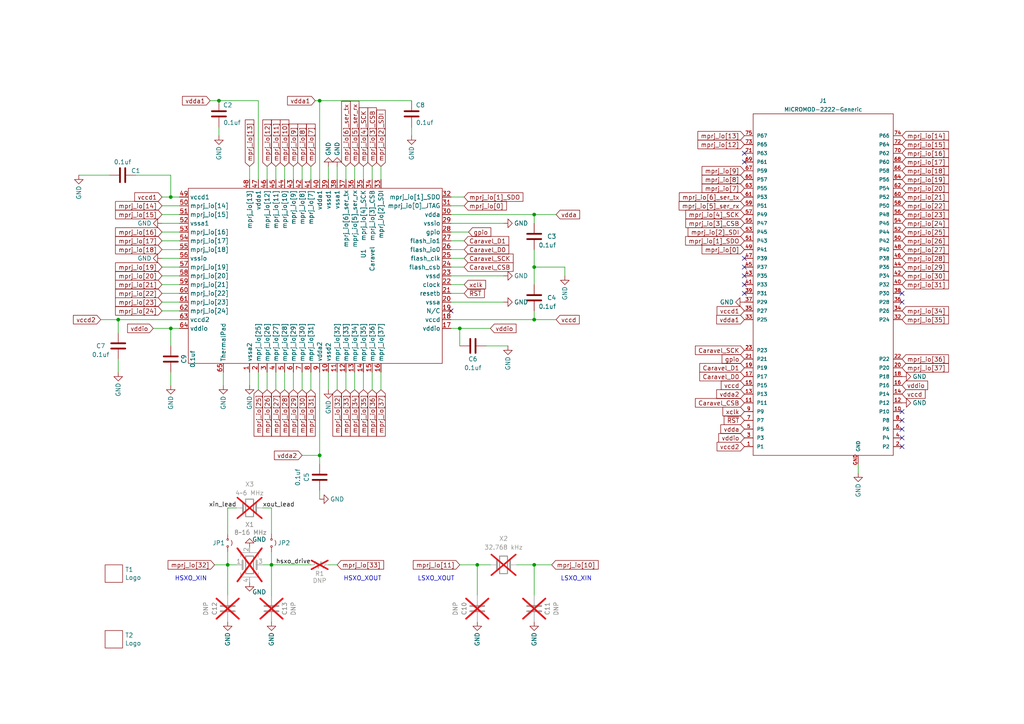
<source format=kicad_sch>
(kicad_sch (version 20231120) (generator "eeschema") (generator_version "8.0")
  (paper "A4")
  (title_block (title "Caravel Breakout board as M.2 Card "))
  (lib_symbols
    (symbol "Caravel:Logo" (pin_names (offset 1.016))
      (property "Reference" "T" (at -1.27 2.54 0))
      (property "Value" "Logo" (at 1.27 -1.27 0))
      (symbol "Logo_0_1"
        (rectangle (start -1.27 1.27) (end 3.81 -3.81))
      )
    )
    (symbol "Caravel_board:Caravel"
      (property "Reference" "U" (at 0 0 0))
      (property "Value" "Caravel" (at 0 0 0))
      (symbol "Caravel_0_1"
        (rectangle (start -26.67 40.64) (end 24.13 -33.02))
      )
      (symbol "Caravel_1_1"
        (pin power_in line (at -29.21 22.86 0) (length 2.54) (name "vssa2") (number "1"))
        (pin power_in line (at -29.21 0 0) (length 2.54) (name "vssd2") (number "10"))
        (pin bidirectional line (at -29.21 -2.54 0) (length 2.54) (name "mprj_io[32]") (number "11"))
        (pin bidirectional line (at -29.21 -5.08 0) (length 2.54) (name "mprj_io[33]") (number "12"))
        (pin bidirectional line (at -29.21 -7.62 0) (length 2.54) (name "mprj_io[34]") (number "13"))
        (pin bidirectional line (at -29.21 -10.16 0) (length 2.54) (name "mprj_io[35]") (number "14"))
        (pin bidirectional line (at -29.21 -12.7 0) (length 2.54) (name "mprj_io[36]") (number "15"))
        (pin bidirectional line (at -29.21 -15.24 0) (length 2.54) (name "mprj_io[37]") (number "16"))
        (pin power_in line (at -16.51 -35.56 90) (length 2.54) (name "vddio") (number "17"))
        (pin power_in line (at -13.97 -35.56 90) (length 2.54) (name "vccd") (number "18"))
        (pin no_connect line (at -11.43 -35.56 90) (length 2.54) (name "N/C") (number "19"))
        (pin bidirectional line (at -29.21 20.32 0) (length 2.54) (name "mprj_io[25]") (number "2"))
        (pin power_in line (at -8.89 -35.56 90) (length 2.54) (name "vssa") (number "20"))
        (pin input line (at -6.35 -35.56 90) (length 2.54) (name "resetb") (number "21"))
        (pin input line (at -3.81 -35.56 90) (length 2.54) (name "clock") (number "22"))
        (pin power_in line (at -1.27 -35.56 90) (length 2.54) (name "vssd") (number "23"))
        (pin output line (at 1.27 -35.56 90) (length 2.54) (name "flash_csb") (number "24"))
        (pin output line (at 3.81 -35.56 90) (length 2.54) (name "flash_clk") (number "25"))
        (pin bidirectional line (at 6.35 -35.56 90) (length 2.54) (name "flash_io0") (number "26"))
        (pin bidirectional line (at 8.89 -35.56 90) (length 2.54) (name "flash_io1") (number "27"))
        (pin bidirectional line (at 11.43 -35.56 90) (length 2.54) (name "gpio") (number "28"))
        (pin power_in line (at 13.97 -35.56 90) (length 2.54) (name "vssio") (number "29"))
        (pin bidirectional line (at -29.21 17.78 0) (length 2.54) (name "mprj_io[26]") (number "3"))
        (pin power_in line (at 16.51 -35.56 90) (length 2.54) (name "vdda") (number "30"))
        (pin bidirectional line (at 19.05 -35.56 90) (length 2.54) (name "mprj_io[0]_JTAG") (number "31"))
        (pin bidirectional line (at 21.59 -35.56 90) (length 2.54) (name "mprj_io[1]_SDO") (number "32"))
        (pin bidirectional line (at 26.67 -15.24 180) (length 2.54) (name "mprj_io[2]_SDI") (number "33"))
        (pin bidirectional line (at 26.67 -12.7 180) (length 2.54) (name "mprj_io[3]_CSB") (number "34"))
        (pin bidirectional line (at 26.67 -10.16 180) (length 2.54) (name "mprj_io[4]_SCK") (number "35"))
        (pin bidirectional line (at 26.67 -7.62 180) (length 2.54) (name "mprj_io[5]_ser_rx") (number "36"))
        (pin bidirectional line (at 26.67 -5.08 180) (length 2.54) (name "mprj_io[6]_ser_tx") (number "37"))
        (pin power_in line (at 26.67 -2.54 180) (length 2.54) (name "vssa1") (number "38"))
        (pin power_in line (at 26.67 0 180) (length 2.54) (name "vssd1") (number "39"))
        (pin bidirectional line (at -29.21 15.24 0) (length 2.54) (name "mprj_io[27]") (number "4"))
        (pin power_in line (at 26.67 2.54 180) (length 2.54) (name "vdda1") (number "40"))
        (pin bidirectional line (at 26.67 5.08 180) (length 2.54) (name "mprj_io[7]") (number "41"))
        (pin bidirectional line (at 26.67 7.62 180) (length 2.54) (name "mprj_io[8]") (number "42"))
        (pin bidirectional line (at 26.67 10.16 180) (length 2.54) (name "mprj_io[9]") (number "43"))
        (pin bidirectional line (at 26.67 12.7 180) (length 2.54) (name "mprj_io[10]") (number "44"))
        (pin bidirectional line (at 26.67 15.24 180) (length 2.54) (name "mprj_io[11]") (number "45"))
        (pin bidirectional line (at 26.67 17.78 180) (length 2.54) (name "mprj_io[12]") (number "46"))
        (pin power_in line (at 26.67 20.32 180) (length 2.54) (name "vdda1") (number "47"))
        (pin bidirectional line (at 26.67 22.86 180) (length 2.54) (name "mprj_io[13]") (number "48"))
        (pin power_in line (at 21.59 43.18 270) (length 2.54) (name "vccd1") (number "49"))
        (pin bidirectional line (at -29.21 12.7 0) (length 2.54) (name "mprj_io[28]") (number "5"))
        (pin bidirectional line (at 19.05 43.18 270) (length 2.54) (name "mprj_io[14]") (number "50"))
        (pin bidirectional line (at 16.51 43.18 270) (length 2.54) (name "mprj_io[15]") (number "51"))
        (pin power_in line (at 13.97 43.18 270) (length 2.54) (name "vssa1") (number "52"))
        (pin bidirectional line (at 11.43 43.18 270) (length 2.54) (name "mprj_io[16]") (number "53"))
        (pin bidirectional line (at 8.89 43.18 270) (length 2.54) (name "mprj_io[17]") (number "54"))
        (pin bidirectional line (at 6.35 43.18 270) (length 2.54) (name "mprj_io[18]") (number "55"))
        (pin power_in line (at 3.81 43.18 270) (length 2.54) (name "vssio") (number "56"))
        (pin bidirectional line (at 1.27 43.18 270) (length 2.54) (name "mprj_io[19]") (number "57"))
        (pin bidirectional line (at -1.27 43.18 270) (length 2.54) (name "mprj_io[20]") (number "58"))
        (pin bidirectional line (at -3.81 43.18 270) (length 2.54) (name "mprj_io[21]") (number "59"))
        (pin bidirectional line (at -29.21 10.16 0) (length 2.54) (name "mprj_io[29]") (number "6"))
        (pin bidirectional line (at -6.35 43.18 270) (length 2.54) (name "mprj_io[22]") (number "60"))
        (pin bidirectional line (at -8.89 43.18 270) (length 2.54) (name "mprj_io[23]") (number "61"))
        (pin bidirectional line (at -11.43 43.18 270) (length 2.54) (name "mprj_io[24]") (number "62"))
        (pin power_in line (at -13.97 43.18 270) (length 2.54) (name "vccd2") (number "63"))
        (pin power_in line (at -16.51 43.18 270) (length 2.54) (name "vddio") (number "64"))
        (pin power_in line (at -29.21 30.48 0) (length 2.54) (name "ThermalPad") (number "65"))
        (pin bidirectional line (at -29.21 7.62 0) (length 2.54) (name "mprj_io[30]") (number "7"))
        (pin bidirectional line (at -29.21 5.08 0) (length 2.54) (name "mprj_io[31]") (number "8"))
        (pin power_in line (at -29.21 2.54 0) (length 2.54) (name "vdda2") (number "9"))
      )
    )
    (symbol "Device:C" (pin_numbers hide) (pin_names (offset 0.254))
      (property "Reference" "C" (at 0.635 2.54 0))
      (property "Value" "C" (at 0.635 -2.54 0))
      (symbol "C_0_1"
        (polyline (pts (xy -2.032 -0.762) (xy 2.032 -0.762)) (stroke (width 0.508)))
        (polyline (pts (xy -2.032 0.762) (xy 2.032 0.762)) (stroke (width 0.508)))
      )
      (symbol "C_1_1"
        (pin passive line (at 0 3.81 270) (length 2.794) (name "~") (number "1"))
        (pin passive line (at 0 -3.81 90) (length 2.794) (name "~") (number "2"))
      )
    )
    (symbol "Device:Crystal" (pin_numbers hide) (pin_names (offset 1.016) hide)
      (property "Reference" "Y" (at 0 3.81 0))
      (property "Value" "Crystal" (at 0 -3.81 0))
      (symbol "Crystal_0_1"
        (rectangle (start -1.143 2.54) (end 1.143 -2.54) (stroke (width 0.3048)))
        (polyline (pts (xy -2.54 0) (xy -1.905 0)))
        (polyline (pts (xy -1.905 -1.27) (xy -1.905 1.27)) (stroke (width 0.508)))
        (polyline (pts (xy 1.905 -1.27) (xy 1.905 1.27)) (stroke (width 0.508)))
        (polyline (pts (xy 2.54 0) (xy 1.905 0)))
      )
      (symbol "Crystal_1_1"
        (pin passive line (at -3.81 0 0) (length 1.27) (name "1") (number "1"))
        (pin passive line (at 3.81 0 180) (length 1.27) (name "2") (number "2"))
      )
    )
    (symbol "Device:Crystal_GND24" (pin_names (offset 1.016) hide)
      (property "Reference" "Y" (at 3.175 5.08 0))
      (property "Value" "Crystal_GND24" (at 3.175 3.175 0))
      (symbol "Crystal_GND24_0_1"
        (rectangle (start -1.143 2.54) (end 1.143 -2.54) (stroke (width 0.3048)))
        (polyline (pts (xy -2.54 0) (xy -2.032 0)))
        (polyline (pts (xy -2.032 -1.27) (xy -2.032 1.27)) (stroke (width 0.508)))
        (polyline (pts (xy 0 -3.81) (xy 0 -3.556)))
        (polyline (pts (xy 0 3.556) (xy 0 3.81)))
        (polyline (pts (xy 2.032 -1.27) (xy 2.032 1.27)) (stroke (width 0.508)))
        (polyline (pts (xy 2.032 0) (xy 2.54 0)))
        (polyline (pts (xy -2.54 -2.286) (xy -2.54 -3.556) (xy 2.54 -3.556) (xy 2.54 -2.286)))
        (polyline (pts (xy -2.54 2.286) (xy -2.54 3.556) (xy 2.54 3.556) (xy 2.54 2.286)))
      )
      (symbol "Crystal_GND24_1_1"
        (pin passive line (at -3.81 0 0) (length 1.27) (name "1") (number "1"))
        (pin passive line (at 0 5.08 270) (length 1.27) (name "2") (number "2"))
        (pin passive line (at 3.81 0 180) (length 1.27) (name "3") (number "3"))
        (pin passive line (at 0 -5.08 90) (length 1.27) (name "4") (number "4"))
      )
    )
    (symbol "Device:R_Small_US" (pin_numbers hide) (pin_names (offset 0.254) hide)
      (property "Reference" "R" (at 0.762 0.508 0))
      (property "Value" "R_Small_US" (at 0.762 -1.016 0))
      (symbol "R_Small_US_1_1"
        (polyline (pts (xy 0 0) (xy 1.016 -0.381) (xy 0 -0.762) (xy -1.016 -1.143) (xy 0 -1.524)))
        (polyline (pts (xy 0 1.524) (xy 1.016 1.143) (xy 0 0.762) (xy -1.016 0.381) (xy 0 0)))
        (pin passive line (at 0 2.54 270) (length 1.016) (name "~") (number "1"))
        (pin passive line (at 0 -2.54 90) (length 1.016) (name "~") (number "2"))
      )
    )
    (symbol "Jumper:Jumper_2_Small_Open" (pin_numbers hide) (pin_names (offset 0) hide) (exclude_from_sim yes)
      (property "Reference" "JP" (at 0 2.794 0))
      (property "Value" "Jumper_2_Small_Open" (at 0 -2.286 0))
      (symbol "Jumper_2_Small_Open_0_0"
        (circle (center -1.016 0) (radius 0.254))
        (circle (center 1.016 0) (radius 0.254))
      )
      (symbol "Jumper_2_Small_Open_0_1"
        (arc (start 0.762 1.0196) (mid 0 1.2729) (end -0.762 1.0196))
      )
      (symbol "Jumper_2_Small_Open_1_1"
        (pin passive line (at -2.54 0 0) (length 1.27) (name "A") (number "1"))
        (pin passive line (at 2.54 0 180) (length 1.27) (name "B") (number "2"))
      )
    )
    (symbol "MicroMod-Sparkfun:MICROMOD-2222-Generic" (pin_names (offset 1.016))
      (property "Reference" "J" (at -20.32 53.848 0))
      (property "Value" "MICROMOD-2222-Generic" (at -20.32 -48.26 0))
      (symbol "MICROMOD-2222-Generic_1_0"
        (polyline (pts (xy -20.32 -45.72) (xy -20.32 53.34)))
        (polyline (pts (xy -20.32 53.34) (xy 20.32 53.34)))
        (polyline (pts (xy 20.32 -45.72) (xy -20.32 -45.72)))
        (polyline (pts (xy 20.32 53.34) (xy 20.32 -45.72)))
      )
      (symbol "MICROMOD-2222-Generic_1_1"
        (pin bidirectional line (at -22.86 -43.18 0) (length 2.54) (name "P1") (number "1"))
        (pin bidirectional line (at 22.86 -33.02 180) (length 2.54) (name "P10") (number "10"))
        (pin bidirectional line (at -22.86 -30.48 0) (length 2.54) (name "P11") (number "11"))
        (pin bidirectional line (at 22.86 -30.48 180) (length 2.54) (name "P12") (number "12"))
        (pin bidirectional line (at -22.86 -27.94 0) (length 2.54) (name "P13") (number "13"))
        (pin bidirectional line (at 22.86 -27.94 180) (length 2.54) (name "P14") (number "14"))
        (pin bidirectional line (at -22.86 -25.4 0) (length 2.54) (name "P15") (number "15"))
        (pin bidirectional line (at 22.86 -25.4 180) (length 2.54) (name "P16") (number "16"))
        (pin bidirectional line (at -22.86 -22.86 0) (length 2.54) (name "P17") (number "17"))
        (pin bidirectional line (at 22.86 -22.86 180) (length 2.54) (name "P18") (number "18"))
        (pin bidirectional line (at -22.86 -20.32 0) (length 2.54) (name "P19") (number "19"))
        (pin bidirectional line (at 22.86 -43.18 180) (length 2.54) (name "P2") (number "2"))
        (pin bidirectional line (at 22.86 -20.32 180) (length 2.54) (name "P20") (number "20"))
        (pin bidirectional line (at -22.86 -17.78 0) (length 2.54) (name "P21") (number "21"))
        (pin bidirectional line (at 22.86 -17.78 180) (length 2.54) (name "P22") (number "22"))
        (pin bidirectional line (at -22.86 -15.24 0) (length 2.54) (name "P23") (number "23"))
        (pin bidirectional line (at -22.86 -40.64 0) (length 2.54) (name "P3") (number "3"))
        (pin bidirectional line (at 22.86 -6.35 180) (length 2.54) (name "P24") (number "32"))
        (pin bidirectional line (at -22.86 -6.35 0) (length 2.54) (name "P25") (number "33"))
        (pin bidirectional line (at 22.86 -3.81 180) (length 2.54) (name "P26") (number "34"))
        (pin bidirectional line (at -22.86 -3.81 0) (length 2.54) (name "P27") (number "35"))
        (pin bidirectional line (at 22.86 -1.27 180) (length 2.54) (name "P28") (number "36"))
        (pin bidirectional line (at -22.86 -1.27 0) (length 2.54) (name "P29") (number "37"))
        (pin bidirectional line (at 22.86 1.27 180) (length 2.54) (name "P30") (number "38"))
        (pin bidirectional line (at -22.86 1.27 0) (length 2.54) (name "P31") (number "39"))
        (pin bidirectional line (at 22.86 -40.64 180) (length 2.54) (name "P4") (number "4"))
        (pin bidirectional line (at 22.86 3.81 180) (length 2.54) (name "P32") (number "40"))
        (pin bidirectional line (at -22.86 3.81 0) (length 2.54) (name "P33") (number "41"))
        (pin bidirectional line (at 22.86 6.35 180) (length 2.54) (name "P34") (number "42"))
        (pin bidirectional line (at -22.86 6.35 0) (length 2.54) (name "P35") (number "43"))
        (pin bidirectional line (at 22.86 8.89 180) (length 2.54) (name "P36") (number "44"))
        (pin bidirectional line (at -22.86 8.89 0) (length 2.54) (name "P37") (number "45"))
        (pin bidirectional line (at 22.86 11.43 180) (length 2.54) (name "P38") (number "46"))
        (pin bidirectional line (at -22.86 11.43 0) (length 2.54) (name "P39") (number "47"))
        (pin bidirectional line (at 22.86 13.97 180) (length 2.54) (name "P40") (number "48"))
        (pin bidirectional line (at -22.86 13.97 0) (length 2.54) (name "P41") (number "49"))
        (pin bidirectional line (at -22.86 -38.1 0) (length 2.54) (name "P5") (number "5"))
        (pin bidirectional line (at 22.86 16.51 180) (length 2.54) (name "P42") (number "50"))
        (pin bidirectional line (at -22.86 16.51 0) (length 2.54) (name "P43") (number "51"))
        (pin bidirectional line (at 22.86 19.05 180) (length 2.54) (name "P44") (number "52"))
        (pin bidirectional line (at -22.86 19.05 0) (length 2.54) (name "P45") (number "53"))
        (pin bidirectional line (at 22.86 21.59 180) (length 2.54) (name "P46") (number "54"))
        (pin bidirectional line (at -22.86 21.59 0) (length 2.54) (name "P47") (number "55"))
        (pin bidirectional line (at 22.86 24.13 180) (length 2.54) (name "P48") (number "56"))
        (pin bidirectional line (at -22.86 24.13 0) (length 2.54) (name "P49") (number "57"))
        (pin bidirectional line (at 22.86 26.67 180) (length 2.54) (name "P50") (number "58"))
        (pin bidirectional line (at -22.86 26.67 0) (length 2.54) (name "P51") (number "59"))
        (pin bidirectional line (at 22.86 -38.1 180) (length 2.54) (name "P6") (number "6"))
        (pin bidirectional line (at 22.86 29.21 180) (length 2.54) (name "P52") (number "60"))
        (pin bidirectional line (at -22.86 29.21 0) (length 2.54) (name "P53") (number "61"))
        (pin bidirectional line (at 22.86 31.75 180) (length 2.54) (name "P54") (number "62"))
        (pin bidirectional line (at -22.86 31.75 0) (length 2.54) (name "P55") (number "63"))
        (pin bidirectional line (at 22.86 34.29 180) (length 2.54) (name "P56") (number "64"))
        (pin bidirectional line (at -22.86 34.29 0) (length 2.54) (name "P57") (number "65"))
        (pin bidirectional line (at 22.86 36.83 180) (length 2.54) (name "P58") (number "66"))
        (pin bidirectional line (at -22.86 36.83 0) (length 2.54) (name "P59") (number "67"))
        (pin bidirectional line (at 22.86 39.37 180) (length 2.54) (name "P60") (number "68"))
        (pin bidirectional line (at -22.86 39.37 0) (length 2.54) (name "P61") (number "69"))
        (pin bidirectional line (at -22.86 -35.56 0) (length 2.54) (name "P7") (number "7"))
        (pin bidirectional line (at 22.86 41.91 180) (length 2.54) (name "P62") (number "70"))
        (pin bidirectional line (at -22.86 41.91 0) (length 2.54) (name "P63") (number "71"))
        (pin bidirectional line (at 22.86 44.45 180) (length 2.54) (name "P64") (number "72"))
        (pin bidirectional line (at -22.86 44.45 0) (length 2.54) (name "P65") (number "73"))
        (pin bidirectional line (at 22.86 46.99 180) (length 2.54) (name "P66") (number "74"))
        (pin bidirectional line (at -22.86 46.99 0) (length 2.54) (name "P67") (number "75"))
        (pin bidirectional line (at 22.86 -35.56 180) (length 2.54) (name "P8") (number "8"))
        (pin bidirectional line (at -22.86 -33.02 0) (length 2.54) (name "P9") (number "9"))
        (pin bidirectional line (at 10.16 -48.26 90) (length 2.54) (name "GND") (number "GND"))
      )
    )
    (symbol "power:GND" (power) (pin_names (offset 0))
      (property "Value" "GND" (at 0 -3.81 0))
      (symbol "GND_0_1"
        (polyline (pts (xy 0 0) (xy 0 -1.27) (xy 1.27 -1.27) (xy 0 -2.54) (xy -1.27 -1.27) (xy 0 -1.27)))
      )
      (symbol "GND_1_1"
        (pin power_in line (at 0 0 270) (length 0) hide (name "GND") (number "1"))
      )
    )
  )
  (junction (at 78.74 163.83))
  (junction (at 138.43 163.83))
  (junction (at 92.71 132.08))
  (junction (at 154.94 163.83))
  (junction (at 63.5 29.21))
  (junction (at 154.94 77.47))
  (junction (at 154.94 62.23))
  (junction (at 34.29 92.71))
  (junction (at 154.94 92.71))
  (junction (at 66.04 163.83))
  (junction (at 92.71 29.21))
  (junction (at 49.53 95.25))
  (junction (at 49.53 57.15))
  (junction (at 133.35 95.25))
  (no_connect (at 215.9 44.45))
  (no_connect (at 261.62 87.63))
  (no_connect (at 215.9 74.93))
  (no_connect (at 215.9 80.01))
  (no_connect (at 261.62 129.54))
  (no_connect (at 215.9 82.55))
  (no_connect (at 261.62 119.38))
  (no_connect (at 261.62 127))
  (no_connect (at 261.62 121.92))
  (no_connect (at 215.9 46.99))
  (no_connect (at 215.9 77.47))
  (no_connect (at 261.62 124.46))
  (no_connect (at 261.62 85.09))
  (no_connect (at 130.81 90.17))
  (no_connect (at 215.9 85.09))
  (wire (pts (xy 66.04 172.72) (xy 66.04 163.83)))
  (wire (pts (xy 34.29 92.71) (xy 34.29 96.52)))
  (wire (pts (xy 110.49 113.03) (xy 110.49 107.95)))
  (wire (pts (xy 49.53 95.25) (xy 49.53 100.33)))
  (wire (pts (xy 92.71 29.21) (xy 119.38 29.21)))
  (wire (pts (xy 90.17 113.03) (xy 90.17 107.95)))
  (wire (pts (xy 76.2 163.83) (xy 78.74 163.83)))
  (wire (pts (xy 102.87 113.03) (xy 102.87 107.95)))
  (wire (pts (xy 49.53 50.8) (xy 39.37 50.8)))
  (wire (pts (xy 78.74 163.83) (xy 90.17 163.83)))
  (wire (pts (xy 154.94 163.83) (xy 160.02 163.83)))
  (wire (pts (xy 66.04 163.83) (xy 68.58 163.83)))
  (wire (pts (xy 52.07 80.01) (xy 46.99 80.01)))
  (wire (pts (xy 82.55 48.26) (xy 82.55 52.07)))
  (wire (pts (xy 52.07 77.47) (xy 46.99 77.47)))
  (wire (pts (xy 105.41 113.03) (xy 105.41 107.95)))
  (wire (pts (xy 154.94 92.71) (xy 130.81 92.71)))
  (wire (pts (xy 62.23 163.83) (xy 66.04 163.83)))
  (wire (pts (xy 92.71 142.24) (xy 92.71 144.78)))
  (wire (pts (xy 64.77 107.95) (xy 64.77 111.76)))
  (wire (pts (xy 154.94 72.39) (xy 154.94 77.47)))
  (wire (pts (xy 87.63 48.26) (xy 87.63 52.07)))
  (wire (pts (xy 52.07 82.55) (xy 46.99 82.55)))
  (wire (pts (xy 72.39 48.26) (xy 72.39 52.07)))
  (wire (pts (xy 52.07 59.69) (xy 46.99 59.69)))
  (wire (pts (xy 133.35 95.25) (xy 142.24 95.25)))
  (wire (pts (xy 154.94 77.47) (xy 154.94 82.55)))
  (wire (pts (xy 52.07 72.39) (xy 46.99 72.39)))
  (wire (pts (xy 135.89 67.31) (xy 130.81 67.31)))
  (wire (pts (xy 107.95 48.26) (xy 107.95 52.07)))
  (wire (pts (xy 138.43 163.83) (xy 138.43 172.72)))
  (wire (pts (xy 149.86 163.83) (xy 154.94 163.83)))
  (wire (pts (xy 74.93 52.07) (xy 74.93 29.21)))
  (wire (pts (xy 95.25 107.95) (xy 95.25 113.03)))
  (wire (pts (xy 46.99 62.23) (xy 52.07 62.23)))
  (wire (pts (xy 146.05 64.77) (xy 130.81 64.77)))
  (wire (pts (xy 105.41 48.26) (xy 105.41 52.07)))
  (wire (pts (xy 130.81 62.23) (xy 154.94 62.23)))
  (wire (pts (xy 154.94 90.17) (xy 154.94 92.71)))
  (wire (pts (xy 134.62 82.55) (xy 130.81 82.55)))
  (wire (pts (xy 90.17 48.26) (xy 90.17 52.07)))
  (wire (pts (xy 82.55 113.03) (xy 82.55 107.95)))
  (wire (pts (xy 100.33 48.26) (xy 100.33 52.07)))
  (wire (pts (xy 49.53 57.15) (xy 52.07 57.15)))
  (wire (pts (xy 154.94 77.47) (xy 163.83 77.47)))
  (wire (pts (xy 134.62 72.39) (xy 130.81 72.39)))
  (wire (pts (xy 154.94 163.83) (xy 154.94 172.72)))
  (wire (pts (xy 133.35 163.83) (xy 138.43 163.83)))
  (wire (pts (xy 49.53 57.15) (xy 49.53 50.8)))
  (wire (pts (xy 34.29 92.71) (xy 29.21 92.71)))
  (wire (pts (xy 146.05 87.63) (xy 130.81 87.63)))
  (wire (pts (xy 92.71 134.62) (xy 92.71 132.08)))
  (wire (pts (xy 134.62 77.47) (xy 130.81 77.47)))
  (wire (pts (xy 133.35 95.25) (xy 133.35 100.33)))
  (wire (pts (xy 161.29 62.23) (xy 154.94 62.23)))
  (wire (pts (xy 52.07 67.31) (xy 46.99 67.31)))
  (wire (pts (xy 74.93 29.21) (xy 63.5 29.21)))
  (wire (pts (xy 52.07 69.85) (xy 46.99 69.85)))
  (wire (pts (xy 78.74 163.83) (xy 78.74 172.72)))
  (wire (pts (xy 22.86 50.8) (xy 31.75 50.8)))
  (wire (pts (xy 248.92 134.62) (xy 248.92 137.16)))
  (wire (pts (xy 102.87 48.26) (xy 102.87 52.07)))
  (wire (pts (xy 74.93 113.03) (xy 74.93 107.95)))
  (wire (pts (xy 34.29 104.14) (xy 34.29 107.95)))
  (wire (pts (xy 134.62 69.85) (xy 130.81 69.85)))
  (wire (pts (xy 46.99 74.93) (xy 52.07 74.93)))
  (wire (pts (xy 92.71 29.21) (xy 91.44 29.21)))
  (wire (pts (xy 85.09 113.03) (xy 85.09 107.95)))
  (wire (pts (xy 163.83 77.47) (xy 163.83 80.01)))
  (wire (pts (xy 107.95 113.03) (xy 107.95 107.95)))
  (wire (pts (xy 52.07 90.17) (xy 46.99 90.17)))
  (wire (pts (xy 66.04 147.32) (xy 66.04 154.94)))
  (wire (pts (xy 146.05 80.01) (xy 130.81 80.01)))
  (wire (pts (xy 44.45 95.25) (xy 49.53 95.25)))
  (wire (pts (xy 92.71 107.95) (xy 92.71 132.08)))
  (wire (pts (xy 63.5 39.37) (xy 63.5 36.83)))
  (wire (pts (xy 52.07 85.09) (xy 46.99 85.09)))
  (wire (pts (xy 80.01 48.26) (xy 80.01 52.07)))
  (wire (pts (xy 46.99 64.77) (xy 52.07 64.77)))
  (wire (pts (xy 133.35 95.25) (xy 130.81 95.25)))
  (wire (pts (xy 147.32 100.33) (xy 140.97 100.33)))
  (wire (pts (xy 110.49 52.07) (xy 110.49 48.26)))
  (wire (pts (xy 100.33 113.03) (xy 100.33 107.95)))
  (wire (pts (xy 92.71 132.08) (xy 87.63 132.08)))
  (wire (pts (xy 46.99 57.15) (xy 49.53 57.15)))
  (wire (pts (xy 134.62 59.69) (xy 130.81 59.69)))
  (wire (pts (xy 72.39 107.95) (xy 72.39 111.76)))
  (wire (pts (xy 97.79 48.26) (xy 97.79 52.07)))
  (wire (pts (xy 134.62 85.09) (xy 130.81 85.09)))
  (wire (pts (xy 154.94 62.23) (xy 154.94 64.77)))
  (wire (pts (xy 34.29 92.71) (xy 52.07 92.71)))
  (wire (pts (xy 85.09 48.26) (xy 85.09 52.07)))
  (wire (pts (xy 49.53 107.95) (xy 49.53 111.76)))
  (wire (pts (xy 95.25 163.83) (xy 97.79 163.83)))
  (wire (pts (xy 78.74 160.02) (xy 78.74 163.83)))
  (wire (pts (xy 76.2 147.32) (xy 78.74 147.32)))
  (wire (pts (xy 92.71 29.21) (xy 92.71 52.07)))
  (wire (pts (xy 52.07 87.63) (xy 46.99 87.63)))
  (wire (pts (xy 78.74 147.32) (xy 78.74 154.94)))
  (wire (pts (xy 80.01 113.03) (xy 80.01 107.95)))
  (wire (pts (xy 68.58 147.32) (xy 66.04 147.32)))
  (wire (pts (xy 161.29 92.71) (xy 154.94 92.71)))
  (wire (pts (xy 66.04 160.02) (xy 66.04 163.83)))
  (wire (pts (xy 49.53 95.25) (xy 52.07 95.25)))
  (wire (pts (xy 95.25 52.07) (xy 95.25 48.26)))
  (wire (pts (xy 138.43 163.83) (xy 142.24 163.83)))
  (wire (pts (xy 77.47 48.26) (xy 77.47 52.07)))
  (wire (pts (xy 119.38 39.37) (xy 119.38 36.83)))
  (wire (pts (xy 134.62 74.93) (xy 130.81 74.93)))
  (wire (pts (xy 63.5 29.21) (xy 60.96 29.21)))
  (wire (pts (xy 97.79 113.03) (xy 97.79 107.95)))
  (wire (pts (xy 87.63 113.03) (xy 87.63 107.95)))
  (wire (pts (xy 134.62 57.15) (xy 130.81 57.15)))
  (wire (pts (xy 77.47 113.03) (xy 77.47 107.95)))
  (text "LSXO_XOUT" (exclude_from_sim yes) (at 126.492 167.894 0) (effects (font (size 1.27 1.27))))
  (text "HSXO_XIN" (exclude_from_sim yes) (at 55.372 167.894 0) (effects (font (size 1.27 1.27))))
  (text "LSXO_XIN" (exclude_from_sim yes) (at 167.132 167.894 0) (effects (font (size 1.27 1.27))))
  (text "HSXO_XOUT" (exclude_from_sim yes) (at 105.156 167.894 0) (effects (font (size 1.27 1.27))))
  (label "xout_lead" (at 76.2 147.32 0))
  (label "xin_lead" (at 68.58 147.32 180))
  (label "hsxo_drive" (at 80.01 163.83 0))
  (global_label "mprj_io[16]" (shape input) (at 261.62 44.45 0) (property "Intersheetrefs" "${INTERSHEET_REFS}" (effects (hide yes))))
  (global_label "mprj_io[2]_SDI" (shape input) (at 215.9 67.31 180) (property "Intersheetrefs" "${INTERSHEET_REFS}" (effects (hide yes))))
  (global_label "mprj_io[31]" (shape input) (at 261.62 82.55 0) (property "Intersheetrefs" "${INTERSHEET_REFS}" (effects (hide yes))))
  (global_label "mprj_io[22]" (shape input) (at 46.99 85.09 180) (property "Intersheetrefs" "${INTERSHEET_REFS}" (effects (hide yes))))
  (global_label "vccd1" (shape input) (at 46.99 57.15 180) (property "Intersheetrefs" "${INTERSHEET_REFS}" (effects (hide yes))))
  (global_label "mprj_io[12]" (shape input) (at 215.9 41.91 180) (property "Intersheetrefs" "${INTERSHEET_REFS}" (effects (hide yes))))
  (global_label "gpio" (shape input) (at 215.9 104.14 180) (property "Intersheetrefs" "${INTERSHEET_REFS}" (effects (hide yes))))
  (global_label "mprj_io[4]_SCK" (shape input) (at 215.9 62.23 180) (property "Intersheetrefs" "${INTERSHEET_REFS}" (effects (hide yes))))
  (global_label "mprj_io[12]" (shape input) (at 77.47 48.26 90) (property "Intersheetrefs" "${INTERSHEET_REFS}" (effects (hide yes))))
  (global_label "mprj_io[6]_ser_tx" (shape input) (at 215.9 57.15 180) (property "Intersheetrefs" "${INTERSHEET_REFS}" (effects (hide yes))))
  (global_label "mprj_io[14]" (shape input) (at 46.99 59.69 180) (property "Intersheetrefs" "${INTERSHEET_REFS}" (effects (hide yes))))
  (global_label "mprj_io[2]_SDI" (shape input) (at 110.49 48.26 90) (property "Intersheetrefs" "${INTERSHEET_REFS}" (effects (hide yes))))
  (global_label "mprj_io[3]_CSB" (shape input) (at 215.9 64.77 180) (property "Intersheetrefs" "${INTERSHEET_REFS}" (effects (hide yes))))
  (global_label "vccd" (shape input) (at 161.29 92.71 0) (property "Intersheetrefs" "${INTERSHEET_REFS}" (effects (hide yes))))
  (global_label "mprj_io[1]_SDO" (shape input) (at 215.9 69.85 180) (property "Intersheetrefs" "${INTERSHEET_REFS}" (effects (hide yes))))
  (global_label "mprj_io[0]" (shape input) (at 215.9 72.39 180) (property "Intersheetrefs" "${INTERSHEET_REFS}" (effects (hide yes))))
  (global_label "mprj_io[36]" (shape input) (at 261.62 104.14 0) (property "Intersheetrefs" "${INTERSHEET_REFS}" (effects (hide yes))))
  (global_label "mprj_io[3]_CSB" (shape input) (at 107.95 48.26 90) (property "Intersheetrefs" "${INTERSHEET_REFS}" (effects (hide yes))))
  (global_label "mprj_io[25]" (shape input) (at 74.93 113.03 270) (property "Intersheetrefs" "${INTERSHEET_REFS}" (effects (hide yes))))
  (global_label "vddio" (shape input) (at 261.62 111.76 0) (property "Intersheetrefs" "${INTERSHEET_REFS}" (effects (hide yes))))
  (global_label "mprj_io[34]" (shape input) (at 261.62 90.17 0) (property "Intersheetrefs" "${INTERSHEET_REFS}" (effects (hide yes))))
  (global_label "mprj_io[18]" (shape input) (at 261.62 49.53 0) (property "Intersheetrefs" "${INTERSHEET_REFS}" (effects (hide yes))))
  (global_label "mprj_io[30]" (shape input) (at 261.62 80.01 0) (property "Intersheetrefs" "${INTERSHEET_REFS}" (effects (hide yes))))
  (global_label "mprj_io[1]_SDO" (shape input) (at 134.62 57.15 0) (property "Intersheetrefs" "${INTERSHEET_REFS}" (effects (hide yes))))
  (global_label "mprj_io[15]" (shape input) (at 46.99 62.23 180) (property "Intersheetrefs" "${INTERSHEET_REFS}" (effects (hide yes))))
  (global_label "mprj_io[23]" (shape input) (at 46.99 87.63 180) (property "Intersheetrefs" "${INTERSHEET_REFS}" (effects (hide yes))))
  (global_label "mprj_io[23]" (shape input) (at 261.62 62.23 0) (property "Intersheetrefs" "${INTERSHEET_REFS}" (effects (hide yes))))
  (global_label "mprj_io[37]" (shape input) (at 110.49 113.03 270) (property "Intersheetrefs" "${INTERSHEET_REFS}" (effects (hide yes))))
  (global_label "xclk" (shape input) (at 215.9 119.38 180) (property "Intersheetrefs" "${INTERSHEET_REFS}" (effects (hide yes))))
  (global_label "mprj_io[13]" (shape input) (at 215.9 39.37 180) (property "Intersheetrefs" "${INTERSHEET_REFS}" (effects (hide yes))))
  (global_label "mprj_io[6]_ser_tx" (shape input) (at 100.33 48.26 90) (property "Intersheetrefs" "${INTERSHEET_REFS}" (effects (hide yes))))
  (global_label "Caravel_D0" (shape input) (at 215.9 109.22 180) (property "Intersheetrefs" "${INTERSHEET_REFS}" (effects (hide yes))))
  (global_label "Caravel_CSB" (shape input) (at 215.9 116.84 180) (property "Intersheetrefs" "${INTERSHEET_REFS}" (effects (hide yes))))
  (global_label "mprj_io[36]" (shape input) (at 107.95 113.03 270) (property "Intersheetrefs" "${INTERSHEET_REFS}" (effects (hide yes))))
  (global_label "mprj_io[35]" (shape input) (at 261.62 92.71 0) (property "Intersheetrefs" "${INTERSHEET_REFS}" (effects (hide yes))))
  (global_label "vdda1" (shape input) (at 215.9 92.71 180) (property "Intersheetrefs" "${INTERSHEET_REFS}" (effects (hide yes))))
  (global_label "vddio" (shape input) (at 44.45 95.25 180) (property "Intersheetrefs" "${INTERSHEET_REFS}" (effects (hide yes))))
  (global_label "Caravel_D1" (shape input) (at 134.62 69.85 0) (property "Intersheetrefs" "${INTERSHEET_REFS}" (effects (hide yes))))
  (global_label "vdda1" (shape input) (at 60.96 29.21 180) (property "Intersheetrefs" "${INTERSHEET_REFS}" (effects (hide yes))))
  (global_label "vccd1" (shape input) (at 215.9 90.17 180) (property "Intersheetrefs" "${INTERSHEET_REFS}" (effects (hide yes))))
  (global_label "mprj_io[7]" (shape input) (at 90.17 48.26 90) (property "Intersheetrefs" "${INTERSHEET_REFS}" (effects (hide yes))))
  (global_label "vdda2" (shape input) (at 215.9 114.3 180) (property "Intersheetrefs" "${INTERSHEET_REFS}" (effects (hide yes))))
  (global_label "mprj_io[34]" (shape input) (at 102.87 113.03 270) (property "Intersheetrefs" "${INTERSHEET_REFS}" (effects (hide yes))))
  (global_label "mprj_io[9]" (shape input) (at 85.09 48.26 90) (property "Intersheetrefs" "${INTERSHEET_REFS}" (effects (hide yes))))
  (global_label "vdda" (shape input) (at 161.29 62.23 0) (property "Intersheetrefs" "${INTERSHEET_REFS}" (effects (hide yes))))
  (global_label "vdda1" (shape input) (at 91.44 29.21 180) (property "Intersheetrefs" "${INTERSHEET_REFS}" (effects (hide yes))))
  (global_label "mprj_io[19]" (shape input) (at 46.99 77.47 180) (property "Intersheetrefs" "${INTERSHEET_REFS}" (effects (hide yes))))
  (global_label "mprj_io[21]" (shape input) (at 261.62 57.15 0) (property "Intersheetrefs" "${INTERSHEET_REFS}" (effects (hide yes))))
  (global_label "mprj_io[4]_SCK" (shape input) (at 105.41 48.26 90) (property "Intersheetrefs" "${INTERSHEET_REFS}" (effects (hide yes))))
  (global_label "mprj_io[11]" (shape input) (at 133.35 163.83 180) (property "Intersheetrefs" "${INTERSHEET_REFS}" (effects (hide yes))))
  (global_label "mprj_io[17]" (shape input) (at 261.62 46.99 0) (property "Intersheetrefs" "${INTERSHEET_REFS}" (effects (hide yes))))
  (global_label "mprj_io[27]" (shape input) (at 261.62 72.39 0) (property "Intersheetrefs" "${INTERSHEET_REFS}" (effects (hide yes))))
  (global_label "mprj_io[21]" (shape input) (at 46.99 82.55 180) (property "Intersheetrefs" "${INTERSHEET_REFS}" (effects (hide yes))))
  (global_label "mprj_io[18]" (shape input) (at 46.99 72.39 180) (property "Intersheetrefs" "${INTERSHEET_REFS}" (effects (hide yes))))
  (global_label "vdda2" (shape input) (at 87.63 132.08 180) (property "Intersheetrefs" "${INTERSHEET_REFS}" (effects (hide yes))))
  (global_label "mprj_io[20]" (shape input) (at 261.62 54.61 0) (property "Intersheetrefs" "${INTERSHEET_REFS}" (effects (hide yes))))
  (global_label "mprj_io[5]_ser_rx" (shape input) (at 102.87 48.26 90) (property "Intersheetrefs" "${INTERSHEET_REFS}" (effects (hide yes))))
  (global_label "xclk" (shape input) (at 134.62 82.55 0) (property "Intersheetrefs" "${INTERSHEET_REFS}" (effects (hide yes))))
  (global_label "mprj_io[33]" (shape input) (at 97.79 163.83 0) (property "Intersheetrefs" "${INTERSHEET_REFS}" (effects (hide yes))))
  (global_label "~{RST}" (shape input) (at 215.9 121.92 180) (property "Intersheetrefs" "${INTERSHEET_REFS}" (effects (hide yes))))
  (global_label "vccd2" (shape input) (at 29.21 92.71 180) (property "Intersheetrefs" "${INTERSHEET_REFS}" (effects (hide yes))))
  (global_label "mprj_io[32]" (shape input) (at 62.23 163.83 180) (property "Intersheetrefs" "${INTERSHEET_REFS}" (effects (hide yes))))
  (global_label "mprj_io[5]_ser_rx" (shape input) (at 215.9 59.69 180) (property "Intersheetrefs" "${INTERSHEET_REFS}" (effects (hide yes))))
  (global_label "vdda" (shape input) (at 215.9 124.46 180) (property "Intersheetrefs" "${INTERSHEET_REFS}" (effects (hide yes))))
  (global_label "vccd" (shape input) (at 261.62 114.3 0) (property "Intersheetrefs" "${INTERSHEET_REFS}" (effects (hide yes))))
  (global_label "mprj_io[35]" (shape input) (at 105.41 113.03 270) (property "Intersheetrefs" "${INTERSHEET_REFS}" (effects (hide yes))))
  (global_label "mprj_io[17]" (shape input) (at 46.99 69.85 180) (property "Intersheetrefs" "${INTERSHEET_REFS}" (effects (hide yes))))
  (global_label "mprj_io[7]" (shape input) (at 215.9 54.61 180) (property "Intersheetrefs" "${INTERSHEET_REFS}" (effects (hide yes))))
  (global_label "mprj_io[10]" (shape input) (at 160.02 163.83 0) (property "Intersheetrefs" "${INTERSHEET_REFS}" (effects (hide yes))))
  (global_label "mprj_io[24]" (shape input) (at 261.62 64.77 0) (property "Intersheetrefs" "${INTERSHEET_REFS}" (effects (hide yes))))
  (global_label "mprj_io[27]" (shape input) (at 80.01 113.03 270) (property "Intersheetrefs" "${INTERSHEET_REFS}" (effects (hide yes))))
  (global_label "vddio" (shape input) (at 142.24 95.25 0) (property "Intersheetrefs" "${INTERSHEET_REFS}" (effects (hide yes))))
  (global_label "mprj_io[28]" (shape input) (at 261.62 74.93 0) (property "Intersheetrefs" "${INTERSHEET_REFS}" (effects (hide yes))))
  (global_label "mprj_io[9]" (shape input) (at 215.9 49.53 180) (property "Intersheetrefs" "${INTERSHEET_REFS}" (effects (hide yes))))
  (global_label "mprj_io[30]" (shape input) (at 87.63 113.03 270) (property "Intersheetrefs" "${INTERSHEET_REFS}" (effects (hide yes))))
  (global_label "mprj_io[31]" (shape input) (at 90.17 113.03 270) (property "Intersheetrefs" "${INTERSHEET_REFS}" (effects (hide yes))))
  (global_label "Caravel_D0" (shape input) (at 134.62 72.39 0) (property "Intersheetrefs" "${INTERSHEET_REFS}" (effects (hide yes))))
  (global_label "mprj_io[8]" (shape input) (at 87.63 48.26 90) (property "Intersheetrefs" "${INTERSHEET_REFS}" (effects (hide yes))))
  (global_label "mprj_io[11]" (shape input) (at 80.01 48.26 90) (property "Intersheetrefs" "${INTERSHEET_REFS}" (effects (hide yes))))
  (global_label "mprj_io[16]" (shape input) (at 46.99 67.31 180) (property "Intersheetrefs" "${INTERSHEET_REFS}" (effects (hide yes))))
  (global_label "Caravel_SCK" (shape input) (at 134.62 74.93 0) (property "Intersheetrefs" "${INTERSHEET_REFS}" (effects (hide yes))))
  (global_label "Caravel_SCK" (shape input) (at 215.9 101.6 180) (property "Intersheetrefs" "${INTERSHEET_REFS}" (effects (hide yes))))
  (global_label "mprj_io[37]" (shape input) (at 261.62 106.68 0) (property "Intersheetrefs" "${INTERSHEET_REFS}" (effects (hide yes))))
  (global_label "mprj_io[22]" (shape input) (at 261.62 59.69 0) (property "Intersheetrefs" "${INTERSHEET_REFS}" (effects (hide yes))))
  (global_label "gpio" (shape input) (at 135.89 67.31 0) (property "Intersheetrefs" "${INTERSHEET_REFS}" (effects (hide yes))))
  (global_label "mprj_io[24]" (shape input) (at 46.99 90.17 180) (property "Intersheetrefs" "${INTERSHEET_REFS}" (effects (hide yes))))
  (global_label "mprj_io[8]" (shape input) (at 215.9 52.07 180) (property "Intersheetrefs" "${INTERSHEET_REFS}" (effects (hide yes))))
  (global_label "mprj_io[29]" (shape input) (at 85.09 113.03 270) (property "Intersheetrefs" "${INTERSHEET_REFS}" (effects (hide yes))))
  (global_label "vccd2" (shape input) (at 215.9 129.54 180) (property "Intersheetrefs" "${INTERSHEET_REFS}" (effects (hide yes))))
  (global_label "Caravel_CSB" (shape input) (at 134.62 77.47 0) (property "Intersheetrefs" "${INTERSHEET_REFS}" (effects (hide yes))))
  (global_label "mprj_io[0]" (shape input) (at 134.62 59.69 0) (property "Intersheetrefs" "${INTERSHEET_REFS}" (effects (hide yes))))
  (global_label "mprj_io[13]" (shape input) (at 72.39 48.26 90) (property "Intersheetrefs" "${INTERSHEET_REFS}" (effects (hide yes))))
  (global_label "mprj_io[19]" (shape input) (at 261.62 52.07 0) (property "Intersheetrefs" "${INTERSHEET_REFS}" (effects (hide yes))))
  (global_label "mprj_io[28]" (shape input) (at 82.55 113.03 270) (property "Intersheetrefs" "${INTERSHEET_REFS}" (effects (hide yes))))
  (global_label "mprj_io[33]" (shape input) (at 100.33 113.03 270) (property "Intersheetrefs" "${INTERSHEET_REFS}" (effects (hide yes))))
  (global_label "mprj_io[20]" (shape input) (at 46.99 80.01 180) (property "Intersheetrefs" "${INTERSHEET_REFS}" (effects (hide yes))))
  (global_label "vccd" (shape input) (at 215.9 111.76 180) (property "Intersheetrefs" "${INTERSHEET_REFS}" (effects (hide yes))))
  (global_label "mprj_io[29]" (shape input) (at 261.62 77.47 0) (property "Intersheetrefs" "${INTERSHEET_REFS}" (effects (hide yes))))
  (global_label "mprj_io[25]" (shape input) (at 261.62 67.31 0) (property "Intersheetrefs" "${INTERSHEET_REFS}" (effects (hide yes))))
  (global_label "~{RST}" (shape input) (at 134.62 85.09 0) (property "Intersheetrefs" "${INTERSHEET_REFS}" (effects (hide yes))))
  (global_label "mprj_io[10]" (shape input) (at 82.55 48.26 90) (property "Intersheetrefs" "${INTERSHEET_REFS}" (effects (hide yes))))
  (global_label "mprj_io[32]" (shape input) (at 97.79 113.03 270) (property "Intersheetrefs" "${INTERSHEET_REFS}" (effects (hide yes))))
  (global_label "mprj_io[15]" (shape input) (at 261.62 41.91 0) (property "Intersheetrefs" "${INTERSHEET_REFS}" (effects (hide yes))))
  (global_label "mprj_io[26]" (shape input) (at 77.47 113.03 270) (property "Intersheetrefs" "${INTERSHEET_REFS}" (effects (hide yes))))
  (global_label "mprj_io[14]" (shape input) (at 261.62 39.37 0) (property "Intersheetrefs" "${INTERSHEET_REFS}" (effects (hide yes))))
  (global_label "mprj_io[26]" (shape input) (at 261.62 69.85 0) (property "Intersheetrefs" "${INTERSHEET_REFS}" (effects (hide yes))))
  (global_label "vddio" (shape input) (at 215.9 127 180) (property "Intersheetrefs" "${INTERSHEET_REFS}" (effects (hide yes))))
  (global_label "Caravel_D1" (shape input) (at 215.9 106.68 180) (property "Intersheetrefs" "${INTERSHEET_REFS}" (effects (hide yes))))
  (symbol (lib_id "Caravel_board:Caravel") (at 95.25 78.74 90) (unit 1)
    (property "Reference" "U1" (at 105.41 74.93 0) (effects (justify left)))
    (property "Value" "Caravel" (at 107.95 78.74 0) (effects (justify left)))
    (property "Footprint" "Package_DFN_QFN:QFN-64-1EP_9x9mm_P0.5mm_EP7.65x7.65mm" (effects (hide yes)))
  )
  (symbol (lib_id "Device:C") (at 138.43 176.53 180) (unit 1) (in_bom no) (dnp yes)
    (property "Reference" "C10" (at 134.62 176.53 90))
    (property "Value" "DNP" (at 132.08 176.53 90))
    (property "Footprint" "Capacitor_SMD:C_0402_1005Metric" (effects (hide yes)))
  )
  (symbol (lib_id "power:GND") (at 146.05 80.01 90) (unit 1)
    (property "Reference" "#PWR019" (effects (hide yes)))
    (property "Value" "GND" (at 151.13 80.01 90))
  )
  (symbol (lib_id "power:GND") (at 261.62 116.84 90) (unit 1)
    (property "Reference" "#PWR017" (effects (hide yes)))
    (property "Value" "GND" (at 266.7 116.84 90))
  )
  (symbol (lib_id "power:GND") (at 97.79 48.26 180) (unit 1)
    (property "Reference" "#PWR012" (effects (hide yes)))
    (property "Value" "GND" (at 97.79 43.18 90))
  )
  (symbol (lib_id "power:GND") (at 95.25 48.26 180) (unit 1)
    (property "Reference" "#PWR010" (effects (hide yes)))
    (property "Value" "GND" (at 95.25 43.18 90))
  )
  (symbol (lib_id "Device:C") (at 63.5 33.02 0) (unit 1)
    (property "Reference" "C2" (at 66.04 30.48 0))
    (property "Value" "0.1uf" (at 67.31 35.56 0))
    (property "Footprint" "Capacitor_SMD:C_0402_1005Metric" (effects (hide yes)))
  )
  (symbol (lib_id "power:GND") (at 72.39 168.91 0) (unit 1)
    (property "Reference" "#PWR027" (effects (hide yes)))
    (property "Value" "GND" (at 75.184 171.704 0))
  )
  (symbol (lib_id "Device:C") (at 119.38 33.02 0) (unit 1)
    (property "Reference" "C8" (at 121.92 30.48 0))
    (property "Value" "0.1uf" (at 123.19 35.56 0))
    (property "Footprint" "Capacitor_SMD:C_0402_1005Metric" (effects (hide yes)))
  )
  (symbol (lib_id "power:GND") (at 119.38 39.37 0) (unit 1)
    (property "Reference" "#PWR013" (effects (hide yes)))
    (property "Value" "GND" (at 119.38 44.45 90))
  )
  (symbol (lib_id "Device:C") (at 34.29 100.33 180) (unit 1)
    (property "Reference" "C7" (at 29.21 100.33 0))
    (property "Value" "0.1uf" (at 29.21 102.87 0))
    (property "Footprint" "Capacitor_SMD:C_0402_1005Metric" (effects (hide yes)))
  )
  (symbol (lib_id "Device:C") (at 154.94 176.53 0) (unit 1) (in_bom no) (dnp yes)
    (property "Reference" "C11" (at 158.75 176.53 90))
    (property "Value" "DNP" (at 161.29 176.53 90))
    (property "Footprint" "Capacitor_SMD:C_0402_1005Metric" (effects (hide yes)))
  )
  (symbol (lib_id "power:GND") (at 163.83 80.01 0) (unit 1)
    (property "Reference" "#PWR022" (effects (hide yes)))
    (property "Value" "GND" (at 163.83 85.09 90))
  )
  (symbol (lib_id "power:GND") (at 78.74 180.34 0) (unit 1)
    (property "Reference" "#PWR026" (effects (hide yes)))
    (property "Value" "GND" (at 78.74 185.42 90))
  )
  (symbol (lib_id "Device:Crystal") (at 146.05 163.83 0) (unit 1) (in_bom no) (dnp yes)
    (property "Reference" "X2" (at 146.05 156.21 0))
    (property "Value" "32.768 kHz" (at 146.05 158.75 0))
    (property "Footprint" "Crystal:Crystal_SMD_2012-2Pin_2.0x1.2mm" (effects (hide yes)))
    (property "Description" "Two pin crystal" (effects (hide yes)))
  )
  (symbol (lib_id "power:GND") (at 49.53 111.76 0) (unit 1)
    (property "Reference" "#PWR05" (effects (hide yes)))
    (property "Value" "GND" (at 49.53 116.84 90))
  )
  (symbol (lib_id "power:GND") (at 248.92 137.16 0) (unit 1)
    (property "Reference" "#PWR015" (effects (hide yes)))
    (property "Value" "GND" (at 248.92 142.24 90))
  )
  (symbol (lib_id "Device:C") (at 78.74 176.53 0) (unit 1) (in_bom no) (dnp yes)
    (property "Reference" "C13" (at 82.55 176.53 90))
    (property "Value" "DNP" (at 85.09 176.53 90))
    (property "Footprint" "Capacitor_SMD:C_0402_1005Metric_Pad0.74x0.62mm_HandSolder" (effects (hide yes)))
  )
  (symbol (lib_id "power:GND") (at 261.62 109.22 90) (unit 1)
    (property "Reference" "#PWR016" (effects (hide yes)))
    (property "Value" "GND" (at 266.7 109.22 90))
  )
  (symbol (lib_id "power:GND") (at 22.86 50.8 0) (unit 1)
    (property "Reference" "#PWR01" (effects (hide yes)))
    (property "Value" "GND" (at 22.86 55.88 90))
  )
  (symbol (lib_id "power:GND") (at 154.94 180.34 0) (unit 1)
    (property "Reference" "#PWR024" (effects (hide yes)))
    (property "Value" "GND" (at 154.94 185.42 90))
  )
  (symbol (lib_id "power:GND") (at 72.39 158.75 180) (unit 1)
    (property "Reference" "#PWR028" (effects (hide yes)))
    (property "Value" "GND" (at 75.184 156.464 0))
  )
  (symbol (lib_id "power:GND") (at 146.05 64.77 90) (unit 1)
    (property "Reference" "#PWR014" (effects (hide yes)))
    (property "Value" "GND" (at 151.13 64.77 90))
  )
  (symbol (lib_id "Device:C") (at 49.53 104.14 0) (mirror x) (unit 1)
    (property "Reference" "C9" (at 53.34 104.14 90))
    (property "Value" "0.1uf" (at 55.88 104.14 90))
    (property "Footprint" "Capacitor_SMD:C_0402_1005Metric" (effects (hide yes)))
  )
  (symbol (lib_id "Device:R_Small_US") (at 92.71 163.83 90) (unit 1) (in_bom no) (dnp yes)
    (property "Reference" "R1" (at 92.71 166.37 90))
    (property "Value" "DNP" (at 92.71 168.402 90))
    (property "Footprint" "Resistor_SMD:R_0402_1005Metric_Pad0.72x0.64mm_HandSolder" (effects (hide yes)))
    (property "Description" "Resistor, small US symbol" (effects (hide yes)))
  )
  (symbol (lib_id "power:GND") (at 215.9 87.63 270) (unit 1)
    (property "Reference" "#PWR018" (effects (hide yes)))
    (property "Value" "GND" (at 210.82 87.63 90))
  )
  (symbol (lib_id "power:GND") (at 95.25 113.03 0) (unit 1)
    (property "Reference" "#PWR011" (effects (hide yes)))
    (property "Value" "GND" (at 95.25 118.11 90))
  )
  (symbol (lib_id "Device:C") (at 66.04 176.53 180) (unit 1) (in_bom no) (dnp yes)
    (property "Reference" "C12" (at 62.23 176.53 90))
    (property "Value" "DNP" (at 59.69 176.53 90))
    (property "Footprint" "Capacitor_SMD:C_0402_1005Metric_Pad0.74x0.62mm_HandSolder" (effects (hide yes)))
  )
  (symbol (lib_id "Device:Crystal_GND24") (at 72.39 163.83 0) (unit 1) (in_bom no) (dnp yes)
    (property "Reference" "X1" (at 72.39 152.146 0))
    (property "Value" "8~16 MHz" (at 72.644 154.432 0))
    (property "Footprint" "Crystal:Crystal_SMD_3225-4Pin_3.2x2.5mm" (effects (hide yes)))
    (property "Description" "Four pin crystal, GND on pins 2 and 4" (effects (hide yes)))
  )
  (symbol (lib_id "Jumper:Jumper_2_Small_Open") (at 78.74 157.48 270) (unit 1) (exclude_from_sim yes) (in_bom no)
    (property "Reference" "JP2" (at 80.518 157.48 90) (effects (justify left)))
    (property "Value" "Jumper_2_Small_Open" (effects (hide yes)))
    (property "Footprint" "Fuse:Fuse_0402_1005Metric" (effects (hide yes)))
    (property "Description" "Jumper, 2-pole, small symbol, open" (effects (hide yes)))
  )
  (symbol (lib_id "MicroMod-Sparkfun:MICROMOD-2222-Generic") (at 238.76 86.36 0) (unit 1)
    (property "Reference" "J1" (at 238.76 29.21 0) (effects (font (size 1.143 1.143))))
    (property "Value" "MICROMOD-2222-Generic" (at 238.76 31.75 0) (effects (font (size 1.143 1.143))))
    (property "Footprint" "MicroMod-Sparkfun:MicroMod-M.2-CARD-E-22" (effects (hide yes)))
  )
  (symbol (lib_id "Device:C") (at 154.94 86.36 0) (unit 1)
    (property "Reference" "C4" (at 160.02 86.36 0))
    (property "Value" "0.1uf" (at 158.75 88.9 0))
    (property "Footprint" "Capacitor_SMD:C_0402_1005Metric" (effects (hide yes)))
  )
  (symbol (lib_id "Device:C") (at 35.56 50.8 90) (unit 1)
    (property "Reference" "C1" (at 39.37 49.53 90))
    (property "Value" "0.1uf" (at 35.56 46.99 90))
    (property "Footprint" "Capacitor_SMD:C_0402_1005Metric" (effects (hide yes)))
  )
  (symbol (lib_id "power:GND") (at 46.99 64.77 270) (unit 1)
    (property "Reference" "#PWR03" (effects (hide yes)))
    (property "Value" "GND" (at 41.91 64.77 90))
  )
  (symbol (lib_id "Device:Crystal") (at 72.39 147.32 0) (unit 1) (in_bom no) (dnp yes)
    (property "Reference" "X3" (at 72.39 140.462 0))
    (property "Value" "4~6 MHz" (at 72.39 143.002 0))
    (property "Footprint" "Crystal:Crystal_HC49-U_Vertical" (effects (hide yes)))
    (property "Description" "Two pin crystal" (effects (hide yes)))
  )
  (symbol (lib_id "power:GND") (at 138.43 180.34 0) (unit 1)
    (property "Reference" "#PWR023" (effects (hide yes)))
    (property "Value" "GND" (at 138.43 185.42 90))
  )
  (symbol (lib_id "power:GND") (at 66.04 180.34 0) (unit 1)
    (property "Reference" "#PWR025" (effects (hide yes)))
    (property "Value" "GND" (at 66.04 185.42 90))
  )
  (symbol (lib_id "power:GND") (at 34.29 107.95 0) (unit 1)
    (property "Reference" "#PWR02" (effects (hide yes)))
    (property "Value" "GND" (at 34.29 113.03 90))
  )
  (symbol (lib_id "power:GND") (at 146.05 87.63 90) (unit 1)
    (property "Reference" "#PWR020" (effects (hide yes)))
    (property "Value" "GND" (at 151.13 87.63 90))
  )
  (symbol (lib_id "power:GND") (at 63.5 39.37 0) (unit 1)
    (property "Reference" "#PWR06" (effects (hide yes)))
    (property "Value" "GND" (at 63.5 44.45 90))
  )
  (symbol (lib_id "Device:C") (at 137.16 100.33 270) (unit 1)
    (property "Reference" "C6" (at 137.16 104.14 90))
    (property "Value" "0.1uf" (at 137.16 106.68 90))
    (property "Footprint" "Capacitor_SMD:C_0402_1005Metric" (effects (hide yes)))
  )
  (symbol (lib_id "Jumper:Jumper_2_Small_Open") (at 66.04 157.48 270) (unit 1) (exclude_from_sim yes) (in_bom no)
    (property "Reference" "JP1" (at 65.278 157.48 90) (effects (justify right)))
    (property "Value" "Jumper_2_Small_Open" (effects (hide yes)))
    (property "Footprint" "Fuse:Fuse_0402_1005Metric" (effects (hide yes)))
    (property "Description" "Jumper, 2-pole, small symbol, open" (effects (hide yes)))
  )
  (symbol (lib_id "power:GND") (at 92.71 144.78 90) (unit 1)
    (property "Reference" "#PWR09" (effects (hide yes)))
    (property "Value" "GND" (at 97.79 144.78 90))
  )
  (symbol (lib_id "Caravel:Logo") (at 31.75 165.1 0) (unit 1)
    (property "Reference" "T1" (at 36.2712 165.2016 0) (effects (justify left)))
    (property "Value" "Logo" (at 36.2712 167.513 0) (effects (justify left)))
    (property "Footprint" "Caravel_Board:logo_small" (effects (hide yes)))
  )
  (symbol (lib_id "power:GND") (at 72.39 111.76 0) (unit 1)
    (property "Reference" "#PWR08" (effects (hide yes)))
    (property "Value" "GND" (at 72.39 116.84 90))
  )
  (symbol (lib_id "power:GND") (at 64.77 111.76 0) (unit 1)
    (property "Reference" "#PWR07" (effects (hide yes)))
    (property "Value" "GND" (at 64.77 116.84 90))
  )
  (symbol (lib_id "power:GND") (at 46.99 74.93 270) (unit 1)
    (property "Reference" "#PWR04" (effects (hide yes)))
    (property "Value" "GND" (at 41.91 74.93 90))
  )
  (symbol (lib_id "Device:C") (at 154.94 68.58 0) (unit 1)
    (property "Reference" "C3" (at 160.02 68.58 0))
    (property "Value" "0.1uf" (at 158.75 71.12 0))
    (property "Footprint" "Capacitor_SMD:C_0402_1005Metric" (effects (hide yes)))
  )
  (symbol (lib_id "Caravel:Logo") (at 31.75 184.15 0) (unit 1)
    (property "Reference" "T2" (at 36.2712 184.2516 0) (effects (justify left)))
    (property "Value" "Logo" (at 36.2712 186.563 0) (effects (justify left)))
    (property "Footprint" "Caravel_Board:ef_logo" (effects (hide yes)))
  )
  (symbol (lib_id "power:GND") (at 147.32 100.33 0) (unit 1)
    (property "Reference" "#PWR021" (effects (hide yes)))
    (property "Value" "GND" (at 147.32 105.41 90))
  )
  (symbol (lib_id "Device:C") (at 92.71 138.43 180) (unit 1)
    (property "Reference" "C5" (at 88.9 138.43 90))
    (property "Value" "0.1uf" (at 86.36 138.43 90))
    (property "Footprint" "Capacitor_SMD:C_0402_1005Metric" (effects (hide yes)))
  )
)
</source>
